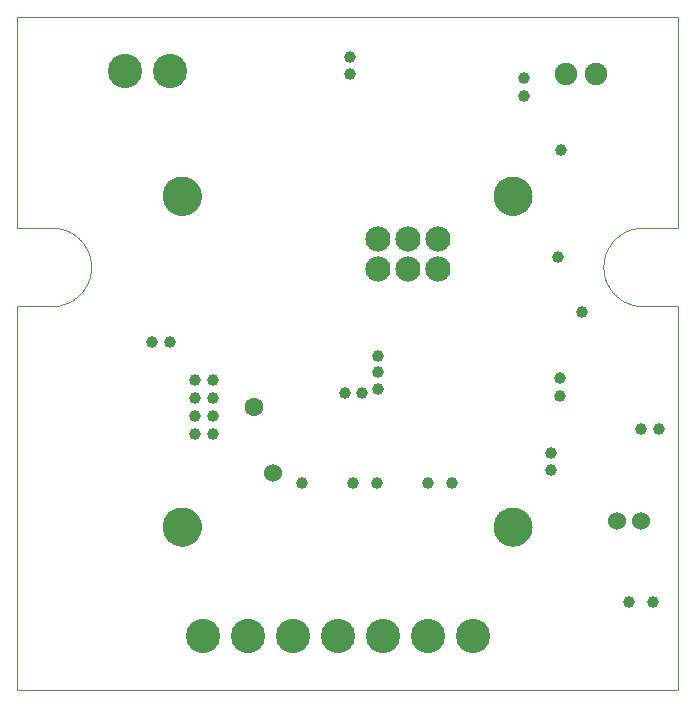
<source format=gbs>
G75*
%MOIN*%
%OFA0B0*%
%FSLAX25Y25*%
%IPPOS*%
%LPD*%
%AMOC8*
5,1,8,0,0,1.08239X$1,22.5*
%
%ADD10C,0.00000*%
%ADD11C,0.08400*%
%ADD12C,0.07487*%
%ADD13C,0.11424*%
%ADD14C,0.12998*%
%ADD15C,0.03969*%
%ADD16C,0.06000*%
%ADD17C,0.06306*%
D10*
X0022602Y0025558D02*
X0022602Y0153589D01*
X0034413Y0153589D01*
X0034731Y0153593D01*
X0035048Y0153604D01*
X0035366Y0153624D01*
X0035682Y0153651D01*
X0035998Y0153686D01*
X0036313Y0153728D01*
X0036627Y0153778D01*
X0036940Y0153836D01*
X0037251Y0153901D01*
X0037560Y0153974D01*
X0037868Y0154055D01*
X0038173Y0154142D01*
X0038476Y0154238D01*
X0038777Y0154340D01*
X0039075Y0154450D01*
X0039371Y0154567D01*
X0039663Y0154692D01*
X0039953Y0154823D01*
X0040239Y0154961D01*
X0040521Y0155107D01*
X0040800Y0155259D01*
X0041076Y0155418D01*
X0041347Y0155583D01*
X0041614Y0155755D01*
X0041877Y0155934D01*
X0042136Y0156119D01*
X0042389Y0156310D01*
X0042639Y0156507D01*
X0042883Y0156711D01*
X0043122Y0156920D01*
X0043356Y0157135D01*
X0043585Y0157356D01*
X0043808Y0157582D01*
X0044026Y0157813D01*
X0044238Y0158050D01*
X0044445Y0158292D01*
X0044645Y0158538D01*
X0044839Y0158790D01*
X0045027Y0159046D01*
X0045209Y0159307D01*
X0045384Y0159572D01*
X0045553Y0159841D01*
X0045715Y0160115D01*
X0045871Y0160392D01*
X0046020Y0160673D01*
X0046162Y0160957D01*
X0046297Y0161245D01*
X0046424Y0161536D01*
X0046545Y0161830D01*
X0046659Y0162127D01*
X0046765Y0162426D01*
X0046864Y0162728D01*
X0046956Y0163032D01*
X0047040Y0163339D01*
X0047116Y0163647D01*
X0047185Y0163958D01*
X0047247Y0164269D01*
X0047301Y0164583D01*
X0047347Y0164897D01*
X0047386Y0165213D01*
X0047417Y0165529D01*
X0047440Y0165846D01*
X0047455Y0166163D01*
X0047463Y0166481D01*
X0047463Y0166799D01*
X0047455Y0167117D01*
X0047440Y0167434D01*
X0047417Y0167751D01*
X0047386Y0168067D01*
X0047347Y0168383D01*
X0047301Y0168697D01*
X0047247Y0169011D01*
X0047185Y0169322D01*
X0047116Y0169633D01*
X0047040Y0169941D01*
X0046956Y0170248D01*
X0046864Y0170552D01*
X0046765Y0170854D01*
X0046659Y0171153D01*
X0046545Y0171450D01*
X0046424Y0171744D01*
X0046297Y0172035D01*
X0046162Y0172323D01*
X0046020Y0172607D01*
X0045871Y0172888D01*
X0045715Y0173166D01*
X0045553Y0173439D01*
X0045384Y0173708D01*
X0045209Y0173973D01*
X0045027Y0174234D01*
X0044839Y0174490D01*
X0044645Y0174742D01*
X0044445Y0174988D01*
X0044238Y0175230D01*
X0044026Y0175467D01*
X0043808Y0175698D01*
X0043585Y0175924D01*
X0043356Y0176145D01*
X0043122Y0176360D01*
X0042883Y0176569D01*
X0042639Y0176773D01*
X0042389Y0176970D01*
X0042136Y0177161D01*
X0041877Y0177346D01*
X0041614Y0177525D01*
X0041347Y0177697D01*
X0041076Y0177862D01*
X0040800Y0178021D01*
X0040521Y0178173D01*
X0040239Y0178319D01*
X0039953Y0178457D01*
X0039663Y0178588D01*
X0039371Y0178713D01*
X0039075Y0178830D01*
X0038777Y0178940D01*
X0038476Y0179042D01*
X0038173Y0179138D01*
X0037868Y0179225D01*
X0037560Y0179306D01*
X0037251Y0179379D01*
X0036940Y0179444D01*
X0036627Y0179502D01*
X0036313Y0179552D01*
X0035998Y0179594D01*
X0035682Y0179629D01*
X0035366Y0179656D01*
X0035048Y0179676D01*
X0034731Y0179687D01*
X0034413Y0179691D01*
X0034413Y0179692D02*
X0022602Y0179692D01*
X0022602Y0249967D01*
X0243075Y0249967D01*
X0243075Y0179692D01*
X0231263Y0179692D01*
X0231263Y0179691D02*
X0230945Y0179687D01*
X0230628Y0179676D01*
X0230310Y0179656D01*
X0229994Y0179629D01*
X0229678Y0179594D01*
X0229363Y0179552D01*
X0229049Y0179502D01*
X0228736Y0179444D01*
X0228425Y0179379D01*
X0228116Y0179306D01*
X0227808Y0179225D01*
X0227503Y0179138D01*
X0227200Y0179042D01*
X0226899Y0178940D01*
X0226601Y0178830D01*
X0226305Y0178713D01*
X0226013Y0178588D01*
X0225723Y0178457D01*
X0225437Y0178319D01*
X0225155Y0178173D01*
X0224876Y0178021D01*
X0224600Y0177862D01*
X0224329Y0177697D01*
X0224062Y0177525D01*
X0223799Y0177346D01*
X0223540Y0177161D01*
X0223287Y0176970D01*
X0223037Y0176773D01*
X0222793Y0176569D01*
X0222554Y0176360D01*
X0222320Y0176145D01*
X0222091Y0175924D01*
X0221868Y0175698D01*
X0221650Y0175467D01*
X0221438Y0175230D01*
X0221231Y0174988D01*
X0221031Y0174742D01*
X0220837Y0174490D01*
X0220649Y0174234D01*
X0220467Y0173973D01*
X0220292Y0173708D01*
X0220123Y0173439D01*
X0219961Y0173166D01*
X0219805Y0172888D01*
X0219656Y0172607D01*
X0219514Y0172323D01*
X0219379Y0172035D01*
X0219252Y0171744D01*
X0219131Y0171450D01*
X0219017Y0171153D01*
X0218911Y0170854D01*
X0218812Y0170552D01*
X0218720Y0170248D01*
X0218636Y0169941D01*
X0218560Y0169633D01*
X0218491Y0169322D01*
X0218429Y0169011D01*
X0218375Y0168697D01*
X0218329Y0168383D01*
X0218290Y0168067D01*
X0218259Y0167751D01*
X0218236Y0167434D01*
X0218221Y0167117D01*
X0218213Y0166799D01*
X0218213Y0166481D01*
X0218221Y0166163D01*
X0218236Y0165846D01*
X0218259Y0165529D01*
X0218290Y0165213D01*
X0218329Y0164897D01*
X0218375Y0164583D01*
X0218429Y0164269D01*
X0218491Y0163958D01*
X0218560Y0163647D01*
X0218636Y0163339D01*
X0218720Y0163032D01*
X0218812Y0162728D01*
X0218911Y0162426D01*
X0219017Y0162127D01*
X0219131Y0161830D01*
X0219252Y0161536D01*
X0219379Y0161245D01*
X0219514Y0160957D01*
X0219656Y0160673D01*
X0219805Y0160392D01*
X0219961Y0160114D01*
X0220123Y0159841D01*
X0220292Y0159572D01*
X0220467Y0159307D01*
X0220649Y0159046D01*
X0220837Y0158790D01*
X0221031Y0158538D01*
X0221231Y0158292D01*
X0221438Y0158050D01*
X0221650Y0157813D01*
X0221868Y0157582D01*
X0222091Y0157356D01*
X0222320Y0157135D01*
X0222554Y0156920D01*
X0222793Y0156711D01*
X0223037Y0156507D01*
X0223287Y0156310D01*
X0223540Y0156119D01*
X0223799Y0155934D01*
X0224062Y0155755D01*
X0224329Y0155583D01*
X0224600Y0155418D01*
X0224876Y0155259D01*
X0225155Y0155107D01*
X0225437Y0154961D01*
X0225723Y0154823D01*
X0226013Y0154692D01*
X0226305Y0154567D01*
X0226601Y0154450D01*
X0226899Y0154340D01*
X0227200Y0154238D01*
X0227503Y0154142D01*
X0227808Y0154055D01*
X0228116Y0153974D01*
X0228425Y0153901D01*
X0228736Y0153836D01*
X0229049Y0153778D01*
X0229363Y0153728D01*
X0229678Y0153686D01*
X0229994Y0153651D01*
X0230310Y0153624D01*
X0230628Y0153604D01*
X0230945Y0153593D01*
X0231263Y0153589D01*
X0243075Y0153589D01*
X0243075Y0025558D01*
X0022602Y0025558D01*
X0071421Y0080046D02*
X0071423Y0080204D01*
X0071429Y0080362D01*
X0071439Y0080520D01*
X0071453Y0080678D01*
X0071471Y0080835D01*
X0071492Y0080992D01*
X0071518Y0081148D01*
X0071548Y0081304D01*
X0071581Y0081459D01*
X0071619Y0081612D01*
X0071660Y0081765D01*
X0071705Y0081917D01*
X0071754Y0082068D01*
X0071807Y0082217D01*
X0071863Y0082365D01*
X0071923Y0082511D01*
X0071987Y0082656D01*
X0072055Y0082799D01*
X0072126Y0082941D01*
X0072200Y0083081D01*
X0072278Y0083218D01*
X0072360Y0083354D01*
X0072444Y0083488D01*
X0072533Y0083619D01*
X0072624Y0083748D01*
X0072719Y0083875D01*
X0072816Y0084000D01*
X0072917Y0084122D01*
X0073021Y0084241D01*
X0073128Y0084358D01*
X0073238Y0084472D01*
X0073351Y0084583D01*
X0073466Y0084692D01*
X0073584Y0084797D01*
X0073705Y0084899D01*
X0073828Y0084999D01*
X0073954Y0085095D01*
X0074082Y0085188D01*
X0074212Y0085278D01*
X0074345Y0085364D01*
X0074480Y0085448D01*
X0074616Y0085527D01*
X0074755Y0085604D01*
X0074896Y0085676D01*
X0075038Y0085746D01*
X0075182Y0085811D01*
X0075328Y0085873D01*
X0075475Y0085931D01*
X0075624Y0085986D01*
X0075774Y0086037D01*
X0075925Y0086084D01*
X0076077Y0086127D01*
X0076230Y0086166D01*
X0076385Y0086202D01*
X0076540Y0086233D01*
X0076696Y0086261D01*
X0076852Y0086285D01*
X0077009Y0086305D01*
X0077167Y0086321D01*
X0077324Y0086333D01*
X0077483Y0086341D01*
X0077641Y0086345D01*
X0077799Y0086345D01*
X0077957Y0086341D01*
X0078116Y0086333D01*
X0078273Y0086321D01*
X0078431Y0086305D01*
X0078588Y0086285D01*
X0078744Y0086261D01*
X0078900Y0086233D01*
X0079055Y0086202D01*
X0079210Y0086166D01*
X0079363Y0086127D01*
X0079515Y0086084D01*
X0079666Y0086037D01*
X0079816Y0085986D01*
X0079965Y0085931D01*
X0080112Y0085873D01*
X0080258Y0085811D01*
X0080402Y0085746D01*
X0080544Y0085676D01*
X0080685Y0085604D01*
X0080824Y0085527D01*
X0080960Y0085448D01*
X0081095Y0085364D01*
X0081228Y0085278D01*
X0081358Y0085188D01*
X0081486Y0085095D01*
X0081612Y0084999D01*
X0081735Y0084899D01*
X0081856Y0084797D01*
X0081974Y0084692D01*
X0082089Y0084583D01*
X0082202Y0084472D01*
X0082312Y0084358D01*
X0082419Y0084241D01*
X0082523Y0084122D01*
X0082624Y0084000D01*
X0082721Y0083875D01*
X0082816Y0083748D01*
X0082907Y0083619D01*
X0082996Y0083488D01*
X0083080Y0083354D01*
X0083162Y0083218D01*
X0083240Y0083081D01*
X0083314Y0082941D01*
X0083385Y0082799D01*
X0083453Y0082656D01*
X0083517Y0082511D01*
X0083577Y0082365D01*
X0083633Y0082217D01*
X0083686Y0082068D01*
X0083735Y0081917D01*
X0083780Y0081765D01*
X0083821Y0081612D01*
X0083859Y0081459D01*
X0083892Y0081304D01*
X0083922Y0081148D01*
X0083948Y0080992D01*
X0083969Y0080835D01*
X0083987Y0080678D01*
X0084001Y0080520D01*
X0084011Y0080362D01*
X0084017Y0080204D01*
X0084019Y0080046D01*
X0084017Y0079888D01*
X0084011Y0079730D01*
X0084001Y0079572D01*
X0083987Y0079414D01*
X0083969Y0079257D01*
X0083948Y0079100D01*
X0083922Y0078944D01*
X0083892Y0078788D01*
X0083859Y0078633D01*
X0083821Y0078480D01*
X0083780Y0078327D01*
X0083735Y0078175D01*
X0083686Y0078024D01*
X0083633Y0077875D01*
X0083577Y0077727D01*
X0083517Y0077581D01*
X0083453Y0077436D01*
X0083385Y0077293D01*
X0083314Y0077151D01*
X0083240Y0077011D01*
X0083162Y0076874D01*
X0083080Y0076738D01*
X0082996Y0076604D01*
X0082907Y0076473D01*
X0082816Y0076344D01*
X0082721Y0076217D01*
X0082624Y0076092D01*
X0082523Y0075970D01*
X0082419Y0075851D01*
X0082312Y0075734D01*
X0082202Y0075620D01*
X0082089Y0075509D01*
X0081974Y0075400D01*
X0081856Y0075295D01*
X0081735Y0075193D01*
X0081612Y0075093D01*
X0081486Y0074997D01*
X0081358Y0074904D01*
X0081228Y0074814D01*
X0081095Y0074728D01*
X0080960Y0074644D01*
X0080824Y0074565D01*
X0080685Y0074488D01*
X0080544Y0074416D01*
X0080402Y0074346D01*
X0080258Y0074281D01*
X0080112Y0074219D01*
X0079965Y0074161D01*
X0079816Y0074106D01*
X0079666Y0074055D01*
X0079515Y0074008D01*
X0079363Y0073965D01*
X0079210Y0073926D01*
X0079055Y0073890D01*
X0078900Y0073859D01*
X0078744Y0073831D01*
X0078588Y0073807D01*
X0078431Y0073787D01*
X0078273Y0073771D01*
X0078116Y0073759D01*
X0077957Y0073751D01*
X0077799Y0073747D01*
X0077641Y0073747D01*
X0077483Y0073751D01*
X0077324Y0073759D01*
X0077167Y0073771D01*
X0077009Y0073787D01*
X0076852Y0073807D01*
X0076696Y0073831D01*
X0076540Y0073859D01*
X0076385Y0073890D01*
X0076230Y0073926D01*
X0076077Y0073965D01*
X0075925Y0074008D01*
X0075774Y0074055D01*
X0075624Y0074106D01*
X0075475Y0074161D01*
X0075328Y0074219D01*
X0075182Y0074281D01*
X0075038Y0074346D01*
X0074896Y0074416D01*
X0074755Y0074488D01*
X0074616Y0074565D01*
X0074480Y0074644D01*
X0074345Y0074728D01*
X0074212Y0074814D01*
X0074082Y0074904D01*
X0073954Y0074997D01*
X0073828Y0075093D01*
X0073705Y0075193D01*
X0073584Y0075295D01*
X0073466Y0075400D01*
X0073351Y0075509D01*
X0073238Y0075620D01*
X0073128Y0075734D01*
X0073021Y0075851D01*
X0072917Y0075970D01*
X0072816Y0076092D01*
X0072719Y0076217D01*
X0072624Y0076344D01*
X0072533Y0076473D01*
X0072444Y0076604D01*
X0072360Y0076738D01*
X0072278Y0076874D01*
X0072200Y0077011D01*
X0072126Y0077151D01*
X0072055Y0077293D01*
X0071987Y0077436D01*
X0071923Y0077581D01*
X0071863Y0077727D01*
X0071807Y0077875D01*
X0071754Y0078024D01*
X0071705Y0078175D01*
X0071660Y0078327D01*
X0071619Y0078480D01*
X0071581Y0078633D01*
X0071548Y0078788D01*
X0071518Y0078944D01*
X0071492Y0079100D01*
X0071471Y0079257D01*
X0071453Y0079414D01*
X0071439Y0079572D01*
X0071429Y0079730D01*
X0071423Y0079888D01*
X0071421Y0080046D01*
X0071421Y0190282D02*
X0071423Y0190440D01*
X0071429Y0190598D01*
X0071439Y0190756D01*
X0071453Y0190914D01*
X0071471Y0191071D01*
X0071492Y0191228D01*
X0071518Y0191384D01*
X0071548Y0191540D01*
X0071581Y0191695D01*
X0071619Y0191848D01*
X0071660Y0192001D01*
X0071705Y0192153D01*
X0071754Y0192304D01*
X0071807Y0192453D01*
X0071863Y0192601D01*
X0071923Y0192747D01*
X0071987Y0192892D01*
X0072055Y0193035D01*
X0072126Y0193177D01*
X0072200Y0193317D01*
X0072278Y0193454D01*
X0072360Y0193590D01*
X0072444Y0193724D01*
X0072533Y0193855D01*
X0072624Y0193984D01*
X0072719Y0194111D01*
X0072816Y0194236D01*
X0072917Y0194358D01*
X0073021Y0194477D01*
X0073128Y0194594D01*
X0073238Y0194708D01*
X0073351Y0194819D01*
X0073466Y0194928D01*
X0073584Y0195033D01*
X0073705Y0195135D01*
X0073828Y0195235D01*
X0073954Y0195331D01*
X0074082Y0195424D01*
X0074212Y0195514D01*
X0074345Y0195600D01*
X0074480Y0195684D01*
X0074616Y0195763D01*
X0074755Y0195840D01*
X0074896Y0195912D01*
X0075038Y0195982D01*
X0075182Y0196047D01*
X0075328Y0196109D01*
X0075475Y0196167D01*
X0075624Y0196222D01*
X0075774Y0196273D01*
X0075925Y0196320D01*
X0076077Y0196363D01*
X0076230Y0196402D01*
X0076385Y0196438D01*
X0076540Y0196469D01*
X0076696Y0196497D01*
X0076852Y0196521D01*
X0077009Y0196541D01*
X0077167Y0196557D01*
X0077324Y0196569D01*
X0077483Y0196577D01*
X0077641Y0196581D01*
X0077799Y0196581D01*
X0077957Y0196577D01*
X0078116Y0196569D01*
X0078273Y0196557D01*
X0078431Y0196541D01*
X0078588Y0196521D01*
X0078744Y0196497D01*
X0078900Y0196469D01*
X0079055Y0196438D01*
X0079210Y0196402D01*
X0079363Y0196363D01*
X0079515Y0196320D01*
X0079666Y0196273D01*
X0079816Y0196222D01*
X0079965Y0196167D01*
X0080112Y0196109D01*
X0080258Y0196047D01*
X0080402Y0195982D01*
X0080544Y0195912D01*
X0080685Y0195840D01*
X0080824Y0195763D01*
X0080960Y0195684D01*
X0081095Y0195600D01*
X0081228Y0195514D01*
X0081358Y0195424D01*
X0081486Y0195331D01*
X0081612Y0195235D01*
X0081735Y0195135D01*
X0081856Y0195033D01*
X0081974Y0194928D01*
X0082089Y0194819D01*
X0082202Y0194708D01*
X0082312Y0194594D01*
X0082419Y0194477D01*
X0082523Y0194358D01*
X0082624Y0194236D01*
X0082721Y0194111D01*
X0082816Y0193984D01*
X0082907Y0193855D01*
X0082996Y0193724D01*
X0083080Y0193590D01*
X0083162Y0193454D01*
X0083240Y0193317D01*
X0083314Y0193177D01*
X0083385Y0193035D01*
X0083453Y0192892D01*
X0083517Y0192747D01*
X0083577Y0192601D01*
X0083633Y0192453D01*
X0083686Y0192304D01*
X0083735Y0192153D01*
X0083780Y0192001D01*
X0083821Y0191848D01*
X0083859Y0191695D01*
X0083892Y0191540D01*
X0083922Y0191384D01*
X0083948Y0191228D01*
X0083969Y0191071D01*
X0083987Y0190914D01*
X0084001Y0190756D01*
X0084011Y0190598D01*
X0084017Y0190440D01*
X0084019Y0190282D01*
X0084017Y0190124D01*
X0084011Y0189966D01*
X0084001Y0189808D01*
X0083987Y0189650D01*
X0083969Y0189493D01*
X0083948Y0189336D01*
X0083922Y0189180D01*
X0083892Y0189024D01*
X0083859Y0188869D01*
X0083821Y0188716D01*
X0083780Y0188563D01*
X0083735Y0188411D01*
X0083686Y0188260D01*
X0083633Y0188111D01*
X0083577Y0187963D01*
X0083517Y0187817D01*
X0083453Y0187672D01*
X0083385Y0187529D01*
X0083314Y0187387D01*
X0083240Y0187247D01*
X0083162Y0187110D01*
X0083080Y0186974D01*
X0082996Y0186840D01*
X0082907Y0186709D01*
X0082816Y0186580D01*
X0082721Y0186453D01*
X0082624Y0186328D01*
X0082523Y0186206D01*
X0082419Y0186087D01*
X0082312Y0185970D01*
X0082202Y0185856D01*
X0082089Y0185745D01*
X0081974Y0185636D01*
X0081856Y0185531D01*
X0081735Y0185429D01*
X0081612Y0185329D01*
X0081486Y0185233D01*
X0081358Y0185140D01*
X0081228Y0185050D01*
X0081095Y0184964D01*
X0080960Y0184880D01*
X0080824Y0184801D01*
X0080685Y0184724D01*
X0080544Y0184652D01*
X0080402Y0184582D01*
X0080258Y0184517D01*
X0080112Y0184455D01*
X0079965Y0184397D01*
X0079816Y0184342D01*
X0079666Y0184291D01*
X0079515Y0184244D01*
X0079363Y0184201D01*
X0079210Y0184162D01*
X0079055Y0184126D01*
X0078900Y0184095D01*
X0078744Y0184067D01*
X0078588Y0184043D01*
X0078431Y0184023D01*
X0078273Y0184007D01*
X0078116Y0183995D01*
X0077957Y0183987D01*
X0077799Y0183983D01*
X0077641Y0183983D01*
X0077483Y0183987D01*
X0077324Y0183995D01*
X0077167Y0184007D01*
X0077009Y0184023D01*
X0076852Y0184043D01*
X0076696Y0184067D01*
X0076540Y0184095D01*
X0076385Y0184126D01*
X0076230Y0184162D01*
X0076077Y0184201D01*
X0075925Y0184244D01*
X0075774Y0184291D01*
X0075624Y0184342D01*
X0075475Y0184397D01*
X0075328Y0184455D01*
X0075182Y0184517D01*
X0075038Y0184582D01*
X0074896Y0184652D01*
X0074755Y0184724D01*
X0074616Y0184801D01*
X0074480Y0184880D01*
X0074345Y0184964D01*
X0074212Y0185050D01*
X0074082Y0185140D01*
X0073954Y0185233D01*
X0073828Y0185329D01*
X0073705Y0185429D01*
X0073584Y0185531D01*
X0073466Y0185636D01*
X0073351Y0185745D01*
X0073238Y0185856D01*
X0073128Y0185970D01*
X0073021Y0186087D01*
X0072917Y0186206D01*
X0072816Y0186328D01*
X0072719Y0186453D01*
X0072624Y0186580D01*
X0072533Y0186709D01*
X0072444Y0186840D01*
X0072360Y0186974D01*
X0072278Y0187110D01*
X0072200Y0187247D01*
X0072126Y0187387D01*
X0072055Y0187529D01*
X0071987Y0187672D01*
X0071923Y0187817D01*
X0071863Y0187963D01*
X0071807Y0188111D01*
X0071754Y0188260D01*
X0071705Y0188411D01*
X0071660Y0188563D01*
X0071619Y0188716D01*
X0071581Y0188869D01*
X0071548Y0189024D01*
X0071518Y0189180D01*
X0071492Y0189336D01*
X0071471Y0189493D01*
X0071453Y0189650D01*
X0071439Y0189808D01*
X0071429Y0189966D01*
X0071423Y0190124D01*
X0071421Y0190282D01*
X0181657Y0190282D02*
X0181659Y0190440D01*
X0181665Y0190598D01*
X0181675Y0190756D01*
X0181689Y0190914D01*
X0181707Y0191071D01*
X0181728Y0191228D01*
X0181754Y0191384D01*
X0181784Y0191540D01*
X0181817Y0191695D01*
X0181855Y0191848D01*
X0181896Y0192001D01*
X0181941Y0192153D01*
X0181990Y0192304D01*
X0182043Y0192453D01*
X0182099Y0192601D01*
X0182159Y0192747D01*
X0182223Y0192892D01*
X0182291Y0193035D01*
X0182362Y0193177D01*
X0182436Y0193317D01*
X0182514Y0193454D01*
X0182596Y0193590D01*
X0182680Y0193724D01*
X0182769Y0193855D01*
X0182860Y0193984D01*
X0182955Y0194111D01*
X0183052Y0194236D01*
X0183153Y0194358D01*
X0183257Y0194477D01*
X0183364Y0194594D01*
X0183474Y0194708D01*
X0183587Y0194819D01*
X0183702Y0194928D01*
X0183820Y0195033D01*
X0183941Y0195135D01*
X0184064Y0195235D01*
X0184190Y0195331D01*
X0184318Y0195424D01*
X0184448Y0195514D01*
X0184581Y0195600D01*
X0184716Y0195684D01*
X0184852Y0195763D01*
X0184991Y0195840D01*
X0185132Y0195912D01*
X0185274Y0195982D01*
X0185418Y0196047D01*
X0185564Y0196109D01*
X0185711Y0196167D01*
X0185860Y0196222D01*
X0186010Y0196273D01*
X0186161Y0196320D01*
X0186313Y0196363D01*
X0186466Y0196402D01*
X0186621Y0196438D01*
X0186776Y0196469D01*
X0186932Y0196497D01*
X0187088Y0196521D01*
X0187245Y0196541D01*
X0187403Y0196557D01*
X0187560Y0196569D01*
X0187719Y0196577D01*
X0187877Y0196581D01*
X0188035Y0196581D01*
X0188193Y0196577D01*
X0188352Y0196569D01*
X0188509Y0196557D01*
X0188667Y0196541D01*
X0188824Y0196521D01*
X0188980Y0196497D01*
X0189136Y0196469D01*
X0189291Y0196438D01*
X0189446Y0196402D01*
X0189599Y0196363D01*
X0189751Y0196320D01*
X0189902Y0196273D01*
X0190052Y0196222D01*
X0190201Y0196167D01*
X0190348Y0196109D01*
X0190494Y0196047D01*
X0190638Y0195982D01*
X0190780Y0195912D01*
X0190921Y0195840D01*
X0191060Y0195763D01*
X0191196Y0195684D01*
X0191331Y0195600D01*
X0191464Y0195514D01*
X0191594Y0195424D01*
X0191722Y0195331D01*
X0191848Y0195235D01*
X0191971Y0195135D01*
X0192092Y0195033D01*
X0192210Y0194928D01*
X0192325Y0194819D01*
X0192438Y0194708D01*
X0192548Y0194594D01*
X0192655Y0194477D01*
X0192759Y0194358D01*
X0192860Y0194236D01*
X0192957Y0194111D01*
X0193052Y0193984D01*
X0193143Y0193855D01*
X0193232Y0193724D01*
X0193316Y0193590D01*
X0193398Y0193454D01*
X0193476Y0193317D01*
X0193550Y0193177D01*
X0193621Y0193035D01*
X0193689Y0192892D01*
X0193753Y0192747D01*
X0193813Y0192601D01*
X0193869Y0192453D01*
X0193922Y0192304D01*
X0193971Y0192153D01*
X0194016Y0192001D01*
X0194057Y0191848D01*
X0194095Y0191695D01*
X0194128Y0191540D01*
X0194158Y0191384D01*
X0194184Y0191228D01*
X0194205Y0191071D01*
X0194223Y0190914D01*
X0194237Y0190756D01*
X0194247Y0190598D01*
X0194253Y0190440D01*
X0194255Y0190282D01*
X0194253Y0190124D01*
X0194247Y0189966D01*
X0194237Y0189808D01*
X0194223Y0189650D01*
X0194205Y0189493D01*
X0194184Y0189336D01*
X0194158Y0189180D01*
X0194128Y0189024D01*
X0194095Y0188869D01*
X0194057Y0188716D01*
X0194016Y0188563D01*
X0193971Y0188411D01*
X0193922Y0188260D01*
X0193869Y0188111D01*
X0193813Y0187963D01*
X0193753Y0187817D01*
X0193689Y0187672D01*
X0193621Y0187529D01*
X0193550Y0187387D01*
X0193476Y0187247D01*
X0193398Y0187110D01*
X0193316Y0186974D01*
X0193232Y0186840D01*
X0193143Y0186709D01*
X0193052Y0186580D01*
X0192957Y0186453D01*
X0192860Y0186328D01*
X0192759Y0186206D01*
X0192655Y0186087D01*
X0192548Y0185970D01*
X0192438Y0185856D01*
X0192325Y0185745D01*
X0192210Y0185636D01*
X0192092Y0185531D01*
X0191971Y0185429D01*
X0191848Y0185329D01*
X0191722Y0185233D01*
X0191594Y0185140D01*
X0191464Y0185050D01*
X0191331Y0184964D01*
X0191196Y0184880D01*
X0191060Y0184801D01*
X0190921Y0184724D01*
X0190780Y0184652D01*
X0190638Y0184582D01*
X0190494Y0184517D01*
X0190348Y0184455D01*
X0190201Y0184397D01*
X0190052Y0184342D01*
X0189902Y0184291D01*
X0189751Y0184244D01*
X0189599Y0184201D01*
X0189446Y0184162D01*
X0189291Y0184126D01*
X0189136Y0184095D01*
X0188980Y0184067D01*
X0188824Y0184043D01*
X0188667Y0184023D01*
X0188509Y0184007D01*
X0188352Y0183995D01*
X0188193Y0183987D01*
X0188035Y0183983D01*
X0187877Y0183983D01*
X0187719Y0183987D01*
X0187560Y0183995D01*
X0187403Y0184007D01*
X0187245Y0184023D01*
X0187088Y0184043D01*
X0186932Y0184067D01*
X0186776Y0184095D01*
X0186621Y0184126D01*
X0186466Y0184162D01*
X0186313Y0184201D01*
X0186161Y0184244D01*
X0186010Y0184291D01*
X0185860Y0184342D01*
X0185711Y0184397D01*
X0185564Y0184455D01*
X0185418Y0184517D01*
X0185274Y0184582D01*
X0185132Y0184652D01*
X0184991Y0184724D01*
X0184852Y0184801D01*
X0184716Y0184880D01*
X0184581Y0184964D01*
X0184448Y0185050D01*
X0184318Y0185140D01*
X0184190Y0185233D01*
X0184064Y0185329D01*
X0183941Y0185429D01*
X0183820Y0185531D01*
X0183702Y0185636D01*
X0183587Y0185745D01*
X0183474Y0185856D01*
X0183364Y0185970D01*
X0183257Y0186087D01*
X0183153Y0186206D01*
X0183052Y0186328D01*
X0182955Y0186453D01*
X0182860Y0186580D01*
X0182769Y0186709D01*
X0182680Y0186840D01*
X0182596Y0186974D01*
X0182514Y0187110D01*
X0182436Y0187247D01*
X0182362Y0187387D01*
X0182291Y0187529D01*
X0182223Y0187672D01*
X0182159Y0187817D01*
X0182099Y0187963D01*
X0182043Y0188111D01*
X0181990Y0188260D01*
X0181941Y0188411D01*
X0181896Y0188563D01*
X0181855Y0188716D01*
X0181817Y0188869D01*
X0181784Y0189024D01*
X0181754Y0189180D01*
X0181728Y0189336D01*
X0181707Y0189493D01*
X0181689Y0189650D01*
X0181675Y0189808D01*
X0181665Y0189966D01*
X0181659Y0190124D01*
X0181657Y0190282D01*
X0181657Y0080046D02*
X0181659Y0080204D01*
X0181665Y0080362D01*
X0181675Y0080520D01*
X0181689Y0080678D01*
X0181707Y0080835D01*
X0181728Y0080992D01*
X0181754Y0081148D01*
X0181784Y0081304D01*
X0181817Y0081459D01*
X0181855Y0081612D01*
X0181896Y0081765D01*
X0181941Y0081917D01*
X0181990Y0082068D01*
X0182043Y0082217D01*
X0182099Y0082365D01*
X0182159Y0082511D01*
X0182223Y0082656D01*
X0182291Y0082799D01*
X0182362Y0082941D01*
X0182436Y0083081D01*
X0182514Y0083218D01*
X0182596Y0083354D01*
X0182680Y0083488D01*
X0182769Y0083619D01*
X0182860Y0083748D01*
X0182955Y0083875D01*
X0183052Y0084000D01*
X0183153Y0084122D01*
X0183257Y0084241D01*
X0183364Y0084358D01*
X0183474Y0084472D01*
X0183587Y0084583D01*
X0183702Y0084692D01*
X0183820Y0084797D01*
X0183941Y0084899D01*
X0184064Y0084999D01*
X0184190Y0085095D01*
X0184318Y0085188D01*
X0184448Y0085278D01*
X0184581Y0085364D01*
X0184716Y0085448D01*
X0184852Y0085527D01*
X0184991Y0085604D01*
X0185132Y0085676D01*
X0185274Y0085746D01*
X0185418Y0085811D01*
X0185564Y0085873D01*
X0185711Y0085931D01*
X0185860Y0085986D01*
X0186010Y0086037D01*
X0186161Y0086084D01*
X0186313Y0086127D01*
X0186466Y0086166D01*
X0186621Y0086202D01*
X0186776Y0086233D01*
X0186932Y0086261D01*
X0187088Y0086285D01*
X0187245Y0086305D01*
X0187403Y0086321D01*
X0187560Y0086333D01*
X0187719Y0086341D01*
X0187877Y0086345D01*
X0188035Y0086345D01*
X0188193Y0086341D01*
X0188352Y0086333D01*
X0188509Y0086321D01*
X0188667Y0086305D01*
X0188824Y0086285D01*
X0188980Y0086261D01*
X0189136Y0086233D01*
X0189291Y0086202D01*
X0189446Y0086166D01*
X0189599Y0086127D01*
X0189751Y0086084D01*
X0189902Y0086037D01*
X0190052Y0085986D01*
X0190201Y0085931D01*
X0190348Y0085873D01*
X0190494Y0085811D01*
X0190638Y0085746D01*
X0190780Y0085676D01*
X0190921Y0085604D01*
X0191060Y0085527D01*
X0191196Y0085448D01*
X0191331Y0085364D01*
X0191464Y0085278D01*
X0191594Y0085188D01*
X0191722Y0085095D01*
X0191848Y0084999D01*
X0191971Y0084899D01*
X0192092Y0084797D01*
X0192210Y0084692D01*
X0192325Y0084583D01*
X0192438Y0084472D01*
X0192548Y0084358D01*
X0192655Y0084241D01*
X0192759Y0084122D01*
X0192860Y0084000D01*
X0192957Y0083875D01*
X0193052Y0083748D01*
X0193143Y0083619D01*
X0193232Y0083488D01*
X0193316Y0083354D01*
X0193398Y0083218D01*
X0193476Y0083081D01*
X0193550Y0082941D01*
X0193621Y0082799D01*
X0193689Y0082656D01*
X0193753Y0082511D01*
X0193813Y0082365D01*
X0193869Y0082217D01*
X0193922Y0082068D01*
X0193971Y0081917D01*
X0194016Y0081765D01*
X0194057Y0081612D01*
X0194095Y0081459D01*
X0194128Y0081304D01*
X0194158Y0081148D01*
X0194184Y0080992D01*
X0194205Y0080835D01*
X0194223Y0080678D01*
X0194237Y0080520D01*
X0194247Y0080362D01*
X0194253Y0080204D01*
X0194255Y0080046D01*
X0194253Y0079888D01*
X0194247Y0079730D01*
X0194237Y0079572D01*
X0194223Y0079414D01*
X0194205Y0079257D01*
X0194184Y0079100D01*
X0194158Y0078944D01*
X0194128Y0078788D01*
X0194095Y0078633D01*
X0194057Y0078480D01*
X0194016Y0078327D01*
X0193971Y0078175D01*
X0193922Y0078024D01*
X0193869Y0077875D01*
X0193813Y0077727D01*
X0193753Y0077581D01*
X0193689Y0077436D01*
X0193621Y0077293D01*
X0193550Y0077151D01*
X0193476Y0077011D01*
X0193398Y0076874D01*
X0193316Y0076738D01*
X0193232Y0076604D01*
X0193143Y0076473D01*
X0193052Y0076344D01*
X0192957Y0076217D01*
X0192860Y0076092D01*
X0192759Y0075970D01*
X0192655Y0075851D01*
X0192548Y0075734D01*
X0192438Y0075620D01*
X0192325Y0075509D01*
X0192210Y0075400D01*
X0192092Y0075295D01*
X0191971Y0075193D01*
X0191848Y0075093D01*
X0191722Y0074997D01*
X0191594Y0074904D01*
X0191464Y0074814D01*
X0191331Y0074728D01*
X0191196Y0074644D01*
X0191060Y0074565D01*
X0190921Y0074488D01*
X0190780Y0074416D01*
X0190638Y0074346D01*
X0190494Y0074281D01*
X0190348Y0074219D01*
X0190201Y0074161D01*
X0190052Y0074106D01*
X0189902Y0074055D01*
X0189751Y0074008D01*
X0189599Y0073965D01*
X0189446Y0073926D01*
X0189291Y0073890D01*
X0189136Y0073859D01*
X0188980Y0073831D01*
X0188824Y0073807D01*
X0188667Y0073787D01*
X0188509Y0073771D01*
X0188352Y0073759D01*
X0188193Y0073751D01*
X0188035Y0073747D01*
X0187877Y0073747D01*
X0187719Y0073751D01*
X0187560Y0073759D01*
X0187403Y0073771D01*
X0187245Y0073787D01*
X0187088Y0073807D01*
X0186932Y0073831D01*
X0186776Y0073859D01*
X0186621Y0073890D01*
X0186466Y0073926D01*
X0186313Y0073965D01*
X0186161Y0074008D01*
X0186010Y0074055D01*
X0185860Y0074106D01*
X0185711Y0074161D01*
X0185564Y0074219D01*
X0185418Y0074281D01*
X0185274Y0074346D01*
X0185132Y0074416D01*
X0184991Y0074488D01*
X0184852Y0074565D01*
X0184716Y0074644D01*
X0184581Y0074728D01*
X0184448Y0074814D01*
X0184318Y0074904D01*
X0184190Y0074997D01*
X0184064Y0075093D01*
X0183941Y0075193D01*
X0183820Y0075295D01*
X0183702Y0075400D01*
X0183587Y0075509D01*
X0183474Y0075620D01*
X0183364Y0075734D01*
X0183257Y0075851D01*
X0183153Y0075970D01*
X0183052Y0076092D01*
X0182955Y0076217D01*
X0182860Y0076344D01*
X0182769Y0076473D01*
X0182680Y0076604D01*
X0182596Y0076738D01*
X0182514Y0076874D01*
X0182436Y0077011D01*
X0182362Y0077151D01*
X0182291Y0077293D01*
X0182223Y0077436D01*
X0182159Y0077581D01*
X0182099Y0077727D01*
X0182043Y0077875D01*
X0181990Y0078024D01*
X0181941Y0078175D01*
X0181896Y0078327D01*
X0181855Y0078480D01*
X0181817Y0078633D01*
X0181784Y0078788D01*
X0181754Y0078944D01*
X0181728Y0079100D01*
X0181707Y0079257D01*
X0181689Y0079414D01*
X0181675Y0079572D01*
X0181665Y0079730D01*
X0181659Y0079888D01*
X0181657Y0080046D01*
D11*
X0163102Y0166058D03*
X0163102Y0176058D03*
X0153102Y0176058D03*
X0143102Y0176058D03*
X0143102Y0166058D03*
X0153102Y0166058D03*
D12*
X0205602Y0231058D03*
X0215602Y0231058D03*
D13*
X0073602Y0232058D03*
X0058602Y0232058D03*
X0084602Y0043558D03*
X0099602Y0043558D03*
X0114602Y0043558D03*
X0129602Y0043558D03*
X0144602Y0043558D03*
X0159602Y0043558D03*
X0174602Y0043558D03*
D14*
X0187956Y0080046D03*
X0187956Y0190282D03*
X0077720Y0190282D03*
X0077720Y0080046D03*
D15*
X0082102Y0111058D03*
X0082102Y0117058D03*
X0082102Y0123058D03*
X0082102Y0129058D03*
X0088102Y0129058D03*
X0088102Y0123058D03*
X0088102Y0117058D03*
X0088102Y0111058D03*
X0073602Y0141558D03*
X0067602Y0141558D03*
X0117602Y0094558D03*
X0134602Y0094558D03*
X0142602Y0094558D03*
X0159602Y0094558D03*
X0167602Y0094558D03*
X0143102Y0126058D03*
X0143102Y0131558D03*
X0143102Y0137058D03*
X0137602Y0124558D03*
X0132102Y0124558D03*
X0200602Y0104558D03*
X0200602Y0099058D03*
X0203602Y0123558D03*
X0203602Y0129558D03*
X0211102Y0151558D03*
X0203102Y0170058D03*
X0204102Y0205558D03*
X0191602Y0223558D03*
X0191602Y0229558D03*
X0133602Y0231058D03*
X0133602Y0236558D03*
X0230602Y0112558D03*
X0236602Y0112558D03*
X0234602Y0055058D03*
X0226602Y0055058D03*
D16*
X0222602Y0082058D03*
X0230602Y0082058D03*
X0108102Y0098058D03*
D17*
X0101602Y0120058D03*
M02*

</source>
